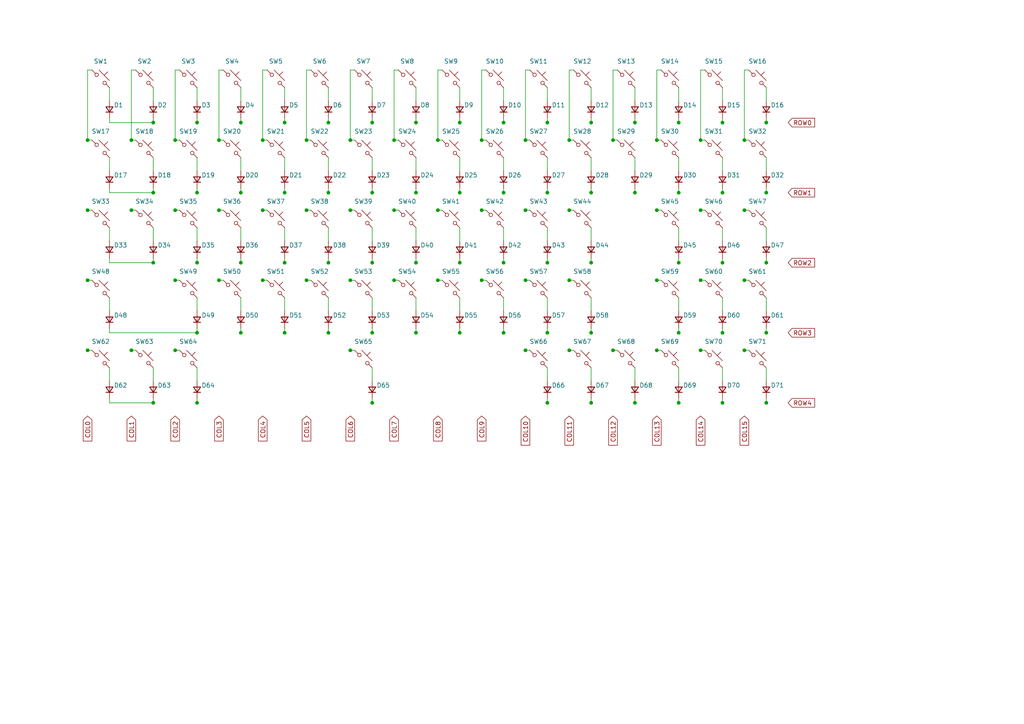
<source format=kicad_sch>
(kicad_sch (version 20230121) (generator eeschema)
  (paper "A4")
  (symbol (lib_id "Switch:SW_Push_45deg") (at 29.21 22.86 0) (unit 1)
    (property "Reference" "SW1" (at 29.21 17.78 0))
    (property "Value" "SW_Push" (effects hide))
    (property "Footprint" "Switch_Keyboard_Cherry_MX:SW_Cherry_MX_PCB_1.00u" (effects hide))
  )
  (wire (pts (xy 26.67 20.32) (xy 25.4 20.32)))
  (wire (pts (xy 25.4 20.32) (xy 25.4 120.65)))
  (global_label "COL0" (shape input) (at 25.4 120.65 270) (property "Intersheetrefs" "${INTERSHEET_REFS}" (effects hide)))
  (symbol (lib_id "Device:D_Small") (at 31.75 31.75 90) (unit 1)
    (property "Reference" "D1" (at 33.02 30.48 90) (effects (justify right)))
    (property "Value" "D" (effects hide))
    (property "Footprint" "Diode_SMD:D_SOD-123F" (effects hide))
    (property "Sim.Device" "D" (effects hide))
    (property "Sim.Pins" "1=K 2=A" (effects hide))
  )
  (wire (pts (xy 31.75 25.4) (xy 31.75 29.21)))
  (wire (pts (xy 31.75 34.29) (xy 31.75 35.56)))
  (wire (pts (xy 31.75 35.56) (xy 228.6 35.56)))
  (global_label "ROW0" (shape input) (at 228.6 35.56 0) (property "Intersheetrefs" "${INTERSHEET_REFS}" (effects hide)))
  (symbol (lib_id "Switch:SW_Push_45deg") (at 41.91 22.86 0) (unit 1)
    (property "Reference" "SW2" (at 41.91 17.78 0))
    (property "Value" "SW_Push" (effects hide))
    (property "Footprint" "Switch_Keyboard_Cherry_MX:SW_Cherry_MX_PCB_1.00u" (effects hide))
  )
  (wire (pts (xy 39.37 20.32) (xy 38.1 20.32)))
  (wire (pts (xy 38.1 20.32) (xy 38.1 120.65)))
  (global_label "COL1" (shape input) (at 38.1 120.65 270) (property "Intersheetrefs" "${INTERSHEET_REFS}" (effects hide)))
  (symbol (lib_id "Device:D_Small") (at 44.45 31.75 90) (unit 1)
    (property "Reference" "D2" (at 45.72 30.48 90) (effects (justify right)))
    (property "Value" "D" (effects hide))
    (property "Footprint" "Diode_SMD:D_SOD-123F" (effects hide))
    (property "Sim.Device" "D" (effects hide))
    (property "Sim.Pins" "1=K 2=A" (effects hide))
  )
  (wire (pts (xy 44.45 25.4) (xy 44.45 29.21)))
  (wire (pts (xy 44.45 34.29) (xy 44.45 35.56)))
  (junction (at 44.45 35.56))
  (symbol (lib_id "Switch:SW_Push_45deg") (at 54.61 22.86 0) (unit 1)
    (property "Reference" "SW3" (at 54.61 17.78 0))
    (property "Value" "SW_Push" (effects hide))
    (property "Footprint" "Switch_Keyboard_Cherry_MX:SW_Cherry_MX_PCB_1.00u" (effects hide))
  )
  (wire (pts (xy 52.07 20.32) (xy 50.8 20.32)))
  (wire (pts (xy 50.8 20.32) (xy 50.8 120.65)))
  (global_label "COL2" (shape input) (at 50.8 120.65 270) (property "Intersheetrefs" "${INTERSHEET_REFS}" (effects hide)))
  (symbol (lib_id "Device:D_Small") (at 57.15 31.75 90) (unit 1)
    (property "Reference" "D3" (at 58.42 30.48 90) (effects (justify right)))
    (property "Value" "D" (effects hide))
    (property "Footprint" "Diode_SMD:D_SOD-123F" (effects hide))
    (property "Sim.Device" "D" (effects hide))
    (property "Sim.Pins" "1=K 2=A" (effects hide))
  )
  (wire (pts (xy 57.15 25.4) (xy 57.15 29.21)))
  (wire (pts (xy 57.15 34.29) (xy 57.15 35.56)))
  (junction (at 57.15 35.56))
  (symbol (lib_id "Switch:SW_Push_45deg") (at 67.31 22.86 0) (unit 1)
    (property "Reference" "SW4" (at 67.31 17.78 0))
    (property "Value" "SW_Push" (effects hide))
    (property "Footprint" "Switch_Keyboard_Cherry_MX:SW_Cherry_MX_PCB_1.00u" (effects hide))
  )
  (wire (pts (xy 64.77 20.32) (xy 63.5 20.32)))
  (wire (pts (xy 63.5 20.32) (xy 63.5 120.65)))
  (global_label "COL3" (shape input) (at 63.5 120.65 270) (property "Intersheetrefs" "${INTERSHEET_REFS}" (effects hide)))
  (symbol (lib_id "Device:D_Small") (at 69.85 31.75 90) (unit 1)
    (property "Reference" "D4" (at 71.12 30.48 90) (effects (justify right)))
    (property "Value" "D" (effects hide))
    (property "Footprint" "Diode_SMD:D_SOD-123F" (effects hide))
    (property "Sim.Device" "D" (effects hide))
    (property "Sim.Pins" "1=K 2=A" (effects hide))
  )
  (wire (pts (xy 69.85 25.4) (xy 69.85 29.21)))
  (wire (pts (xy 69.85 34.29) (xy 69.85 35.56)))
  (junction (at 69.85 35.56))
  (symbol (lib_id "Switch:SW_Push_45deg") (at 80.01 22.86 0) (unit 1)
    (property "Reference" "SW5" (at 80.01 17.78 0))
    (property "Value" "SW_Push" (effects hide))
    (property "Footprint" "Switch_Keyboard_Cherry_MX:SW_Cherry_MX_PCB_1.00u" (effects hide))
  )
  (wire (pts (xy 77.47 20.32) (xy 76.2 20.32)))
  (wire (pts (xy 76.2 20.32) (xy 76.2 120.65)))
  (global_label "COL4" (shape input) (at 76.2 120.65 270) (property "Intersheetrefs" "${INTERSHEET_REFS}" (effects hide)))
  (symbol (lib_id "Device:D_Small") (at 82.55 31.75 90) (unit 1)
    (property "Reference" "D5" (at 83.82 30.48 90) (effects (justify right)))
    (property "Value" "D" (effects hide))
    (property "Footprint" "Diode_SMD:D_SOD-123F" (effects hide))
    (property "Sim.Device" "D" (effects hide))
    (property "Sim.Pins" "1=K 2=A" (effects hide))
  )
  (wire (pts (xy 82.55 25.4) (xy 82.55 29.21)))
  (wire (pts (xy 82.55 34.29) (xy 82.55 35.56)))
  (junction (at 82.55 35.56))
  (symbol (lib_id "Switch:SW_Push_45deg") (at 92.71 22.86 0) (unit 1)
    (property "Reference" "SW6" (at 92.71 17.78 0))
    (property "Value" "SW_Push" (effects hide))
    (property "Footprint" "Switch_Keyboard_Cherry_MX:SW_Cherry_MX_PCB_1.00u" (effects hide))
  )
  (wire (pts (xy 90.17 20.32) (xy 88.9 20.32)))
  (wire (pts (xy 88.9 20.32) (xy 88.9 120.65)))
  (global_label "COL5" (shape input) (at 88.9 120.65 270) (property "Intersheetrefs" "${INTERSHEET_REFS}" (effects hide)))
  (symbol (lib_id "Device:D_Small") (at 95.25 31.75 90) (unit 1)
    (property "Reference" "D6" (at 96.52 30.48 90) (effects (justify right)))
    (property "Value" "D" (effects hide))
    (property "Footprint" "Diode_SMD:D_SOD-123F" (effects hide))
    (property "Sim.Device" "D" (effects hide))
    (property "Sim.Pins" "1=K 2=A" (effects hide))
  )
  (wire (pts (xy 95.25 25.4) (xy 95.25 29.21)))
  (wire (pts (xy 95.25 34.29) (xy 95.25 35.56)))
  (junction (at 95.25 35.56))
  (symbol (lib_id "Switch:SW_Push_45deg") (at 105.41 22.86 0) (unit 1)
    (property "Reference" "SW7" (at 105.41 17.78 0))
    (property "Value" "SW_Push" (effects hide))
    (property "Footprint" "Switch_Keyboard_Cherry_MX:SW_Cherry_MX_PCB_1.00u" (effects hide))
  )
  (wire (pts (xy 102.87 20.32) (xy 101.6 20.32)))
  (wire (pts (xy 101.6 20.32) (xy 101.6 120.65)))
  (global_label "COL6" (shape input) (at 101.6 120.65 270) (property "Intersheetrefs" "${INTERSHEET_REFS}" (effects hide)))
  (symbol (lib_id "Device:D_Small") (at 107.95 31.75 90) (unit 1)
    (property "Reference" "D7" (at 109.22 30.48 90) (effects (justify right)))
    (property "Value" "D" (effects hide))
    (property "Footprint" "Diode_SMD:D_SOD-123F" (effects hide))
    (property "Sim.Device" "D" (effects hide))
    (property "Sim.Pins" "1=K 2=A" (effects hide))
  )
  (wire (pts (xy 107.95 25.4) (xy 107.95 29.21)))
  (wire (pts (xy 107.95 34.29) (xy 107.95 35.56)))
  (junction (at 107.95 35.56))
  (symbol (lib_id "Switch:SW_Push_45deg") (at 118.11 22.86 0) (unit 1)
    (property "Reference" "SW8" (at 118.11 17.78 0))
    (property "Value" "SW_Push" (effects hide))
    (property "Footprint" "Switch_Keyboard_Cherry_MX:SW_Cherry_MX_PCB_1.00u" (effects hide))
  )
  (wire (pts (xy 115.57 20.32) (xy 114.3 20.32)))
  (wire (pts (xy 114.3 20.32) (xy 114.3 120.65)))
  (global_label "COL7" (shape input) (at 114.3 120.65 270) (property "Intersheetrefs" "${INTERSHEET_REFS}" (effects hide)))
  (symbol (lib_id "Device:D_Small") (at 120.65 31.75 90) (unit 1)
    (property "Reference" "D8" (at 121.92 30.48 90) (effects (justify right)))
    (property "Value" "D" (effects hide))
    (property "Footprint" "Diode_SMD:D_SOD-123F" (effects hide))
    (property "Sim.Device" "D" (effects hide))
    (property "Sim.Pins" "1=K 2=A" (effects hide))
  )
  (wire (pts (xy 120.65 25.4) (xy 120.65 29.21)))
  (wire (pts (xy 120.65 34.29) (xy 120.65 35.56)))
  (junction (at 120.65 35.56))
  (symbol (lib_id "Switch:SW_Push_45deg") (at 130.81 22.86 0) (unit 1)
    (property "Reference" "SW9" (at 130.81 17.78 0))
    (property "Value" "SW_Push" (effects hide))
    (property "Footprint" "Switch_Keyboard_Cherry_MX:SW_Cherry_MX_PCB_1.00u" (effects hide))
  )
  (wire (pts (xy 128.27 20.32) (xy 127.0 20.32)))
  (wire (pts (xy 127.0 20.32) (xy 127.0 120.65)))
  (global_label "COL8" (shape input) (at 127.0 120.65 270) (property "Intersheetrefs" "${INTERSHEET_REFS}" (effects hide)))
  (symbol (lib_id "Device:D_Small") (at 133.35 31.75 90) (unit 1)
    (property "Reference" "D9" (at 134.62 30.48 90) (effects (justify right)))
    (property "Value" "D" (effects hide))
    (property "Footprint" "Diode_SMD:D_SOD-123F" (effects hide))
    (property "Sim.Device" "D" (effects hide))
    (property "Sim.Pins" "1=K 2=A" (effects hide))
  )
  (wire (pts (xy 133.35 25.4) (xy 133.35 29.21)))
  (wire (pts (xy 133.35 34.29) (xy 133.35 35.56)))
  (junction (at 133.35 35.56))
  (symbol (lib_id "Switch:SW_Push_45deg") (at 143.51 22.86 0) (unit 1)
    (property "Reference" "SW10" (at 143.51 17.78 0))
    (property "Value" "SW_Push" (effects hide))
    (property "Footprint" "Switch_Keyboard_Cherry_MX:SW_Cherry_MX_PCB_1.00u" (effects hide))
  )
  (wire (pts (xy 140.97 20.32) (xy 139.7 20.32)))
  (wire (pts (xy 139.7 20.32) (xy 139.7 120.65)))
  (global_label "COL9" (shape input) (at 139.7 120.65 270) (property "Intersheetrefs" "${INTERSHEET_REFS}" (effects hide)))
  (symbol (lib_id "Device:D_Small") (at 146.05 31.75 90) (unit 1)
    (property "Reference" "D10" (at 147.32 30.48 90) (effects (justify right)))
    (property "Value" "D" (effects hide))
    (property "Footprint" "Diode_SMD:D_SOD-123F" (effects hide))
    (property "Sim.Device" "D" (effects hide))
    (property "Sim.Pins" "1=K 2=A" (effects hide))
  )
  (wire (pts (xy 146.05 25.4) (xy 146.05 29.21)))
  (wire (pts (xy 146.05 34.29) (xy 146.05 35.56)))
  (junction (at 146.05 35.56))
  (symbol (lib_id "Switch:SW_Push_45deg") (at 156.21 22.86 0) (unit 1)
    (property "Reference" "SW11" (at 156.21 17.78 0))
    (property "Value" "SW_Push" (effects hide))
    (property "Footprint" "Switch_Keyboard_Cherry_MX:SW_Cherry_MX_PCB_1.00u" (effects hide))
  )
  (wire (pts (xy 153.67 20.32) (xy 152.4 20.32)))
  (wire (pts (xy 152.4 20.32) (xy 152.4 120.65)))
  (global_label "COL10" (shape input) (at 152.4 120.65 270) (property "Intersheetrefs" "${INTERSHEET_REFS}" (effects hide)))
  (symbol (lib_id "Device:D_Small") (at 158.75 31.75 90) (unit 1)
    (property "Reference" "D11" (at 160.02 30.48 90) (effects (justify right)))
    (property "Value" "D" (effects hide))
    (property "Footprint" "Diode_SMD:D_SOD-123F" (effects hide))
    (property "Sim.Device" "D" (effects hide))
    (property "Sim.Pins" "1=K 2=A" (effects hide))
  )
  (wire (pts (xy 158.75 25.4) (xy 158.75 29.21)))
  (wire (pts (xy 158.75 34.29) (xy 158.75 35.56)))
  (junction (at 158.75 35.56))
  (symbol (lib_id "Switch:SW_Push_45deg") (at 168.91 22.86 0) (unit 1)
    (property "Reference" "SW12" (at 168.91 17.78 0))
    (property "Value" "SW_Push" (effects hide))
    (property "Footprint" "Switch_Keyboard_Cherry_MX:SW_Cherry_MX_PCB_1.00u" (effects hide))
  )
  (wire (pts (xy 166.37 20.32) (xy 165.1 20.32)))
  (wire (pts (xy 165.1 20.32) (xy 165.1 120.65)))
  (global_label "COL11" (shape input) (at 165.1 120.65 270) (property "Intersheetrefs" "${INTERSHEET_REFS}" (effects hide)))
  (symbol (lib_id "Device:D_Small") (at 171.45 31.75 90) (unit 1)
    (property "Reference" "D12" (at 172.72 30.48 90) (effects (justify right)))
    (property "Value" "D" (effects hide))
    (property "Footprint" "Diode_SMD:D_SOD-123F" (effects hide))
    (property "Sim.Device" "D" (effects hide))
    (property "Sim.Pins" "1=K 2=A" (effects hide))
  )
  (wire (pts (xy 171.45 25.4) (xy 171.45 29.21)))
  (wire (pts (xy 171.45 34.29) (xy 171.45 35.56)))
  (junction (at 171.45 35.56))
  (symbol (lib_id "Switch:SW_Push_45deg") (at 181.61 22.86 0) (unit 1)
    (property "Reference" "SW13" (at 181.61 17.78 0))
    (property "Value" "SW_Push" (effects hide))
    (property "Footprint" "Switch_Keyboard_Cherry_MX:SW_Cherry_MX_PCB_1.00u" (effects hide))
  )
  (wire (pts (xy 179.07 20.32) (xy 177.8 20.32)))
  (wire (pts (xy 177.8 20.32) (xy 177.8 120.65)))
  (global_label "COL12" (shape input) (at 177.8 120.65 270) (property "Intersheetrefs" "${INTERSHEET_REFS}" (effects hide)))
  (symbol (lib_id "Device:D_Small") (at 184.15 31.75 90) (unit 1)
    (property "Reference" "D13" (at 185.42 30.48 90) (effects (justify right)))
    (property "Value" "D" (effects hide))
    (property "Footprint" "Diode_SMD:D_SOD-123F" (effects hide))
    (property "Sim.Device" "D" (effects hide))
    (property "Sim.Pins" "1=K 2=A" (effects hide))
  )
  (wire (pts (xy 184.15 25.4) (xy 184.15 29.21)))
  (wire (pts (xy 184.15 34.29) (xy 184.15 35.56)))
  (junction (at 184.15 35.56))
  (symbol (lib_id "Switch:SW_Push_45deg") (at 194.31 22.86 0) (unit 1)
    (property "Reference" "SW14" (at 194.31 17.78 0))
    (property "Value" "SW_Push" (effects hide))
    (property "Footprint" "Switch_Keyboard_Cherry_MX:SW_Cherry_MX_PCB_1.00u" (effects hide))
  )
  (wire (pts (xy 191.77 20.32) (xy 190.5 20.32)))
  (wire (pts (xy 190.5 20.32) (xy 190.5 120.65)))
  (global_label "COL13" (shape input) (at 190.5 120.65 270) (property "Intersheetrefs" "${INTERSHEET_REFS}" (effects hide)))
  (symbol (lib_id "Device:D_Small") (at 196.85 31.75 90) (unit 1)
    (property "Reference" "D14" (at 198.12 30.48 90) (effects (justify right)))
    (property "Value" "D" (effects hide))
    (property "Footprint" "Diode_SMD:D_SOD-123F" (effects hide))
    (property "Sim.Device" "D" (effects hide))
    (property "Sim.Pins" "1=K 2=A" (effects hide))
  )
  (wire (pts (xy 196.85 25.4) (xy 196.85 29.21)))
  (wire (pts (xy 196.85 34.29) (xy 196.85 35.56)))
  (junction (at 196.85 35.56))
  (symbol (lib_id "Switch:SW_Push_45deg") (at 207.01 22.86 0) (unit 1)
    (property "Reference" "SW15" (at 207.01 17.78 0))
    (property "Value" "SW_Push" (effects hide))
    (property "Footprint" "Switch_Keyboard_Cherry_MX:SW_Cherry_MX_PCB_1.00u" (effects hide))
  )
  (wire (pts (xy 204.47 20.32) (xy 203.2 20.32)))
  (wire (pts (xy 203.2 20.32) (xy 203.2 120.65)))
  (global_label "COL14" (shape input) (at 203.2 120.65 270) (property "Intersheetrefs" "${INTERSHEET_REFS}" (effects hide)))
  (symbol (lib_id "Device:D_Small") (at 209.55 31.75 90) (unit 1)
    (property "Reference" "D15" (at 210.82 30.48 90) (effects (justify right)))
    (property "Value" "D" (effects hide))
    (property "Footprint" "Diode_SMD:D_SOD-123F" (effects hide))
    (property "Sim.Device" "D" (effects hide))
    (property "Sim.Pins" "1=K 2=A" (effects hide))
  )
  (wire (pts (xy 209.55 25.4) (xy 209.55 29.21)))
  (wire (pts (xy 209.55 34.29) (xy 209.55 35.56)))
  (junction (at 209.55 35.56))
  (symbol (lib_id "Switch:SW_Push_45deg") (at 219.71 22.86 0) (unit 1)
    (property "Reference" "SW16" (at 219.71 17.78 0))
    (property "Value" "SW_Push" (effects hide))
    (property "Footprint" "Switch_Keyboard_Cherry_MX:SW_Cherry_MX_PCB_1.00u" (effects hide))
  )
  (wire (pts (xy 217.17 20.32) (xy 215.9 20.32)))
  (wire (pts (xy 215.9 20.32) (xy 215.9 120.65)))
  (global_label "COL15" (shape input) (at 215.9 120.65 270) (property "Intersheetrefs" "${INTERSHEET_REFS}" (effects hide)))
  (symbol (lib_id "Device:D_Small") (at 222.25 31.75 90) (unit 1)
    (property "Reference" "D16" (at 223.52 30.48 90) (effects (justify right)))
    (property "Value" "D" (effects hide))
    (property "Footprint" "Diode_SMD:D_SOD-123F" (effects hide))
    (property "Sim.Device" "D" (effects hide))
    (property "Sim.Pins" "1=K 2=A" (effects hide))
  )
  (wire (pts (xy 222.25 25.4) (xy 222.25 29.21)))
  (wire (pts (xy 222.25 34.29) (xy 222.25 35.56)))
  (junction (at 222.25 35.56))
  (symbol (lib_id "Switch:SW_Push_45deg") (at 29.21 43.18 0) (unit 1)
    (property "Reference" "SW17" (at 29.21 38.1 0))
    (property "Value" "SW_Push" (effects hide))
    (property "Footprint" "Switch_Keyboard_Cherry_MX:SW_Cherry_MX_PCB_1.00u" (effects hide))
  )
  (wire (pts (xy 26.67 40.64) (xy 25.4 40.64)))
  (junction (at 25.4 40.64))
  (symbol (lib_id "Device:D_Small") (at 31.75 52.07 90) (unit 1)
    (property "Reference" "D17" (at 33.02 50.8 90) (effects (justify right)))
    (property "Value" "D" (effects hide))
    (property "Footprint" "Diode_SMD:D_SOD-123F" (effects hide))
    (property "Sim.Device" "D" (effects hide))
    (property "Sim.Pins" "1=K 2=A" (effects hide))
  )
  (wire (pts (xy 31.75 45.72) (xy 31.75 49.53)))
  (wire (pts (xy 31.75 54.61) (xy 31.75 55.88)))
  (wire (pts (xy 31.75 55.88) (xy 228.6 55.88)))
  (global_label "ROW1" (shape input) (at 228.6 55.88 0) (property "Intersheetrefs" "${INTERSHEET_REFS}" (effects hide)))
  (symbol (lib_id "Switch:SW_Push_45deg") (at 41.91 43.18 0) (unit 1)
    (property "Reference" "SW18" (at 41.91 38.1 0))
    (property "Value" "SW_Push" (effects hide))
    (property "Footprint" "Switch_Keyboard_Cherry_MX:SW_Cherry_MX_PCB_1.00u" (effects hide))
  )
  (wire (pts (xy 39.37 40.64) (xy 38.1 40.64)))
  (junction (at 38.1 40.64))
  (symbol (lib_id "Device:D_Small") (at 44.45 52.07 90) (unit 1)
    (property "Reference" "D18" (at 45.72 50.8 90) (effects (justify right)))
    (property "Value" "D" (effects hide))
    (property "Footprint" "Diode_SMD:D_SOD-123F" (effects hide))
    (property "Sim.Device" "D" (effects hide))
    (property "Sim.Pins" "1=K 2=A" (effects hide))
  )
  (wire (pts (xy 44.45 45.72) (xy 44.45 49.53)))
  (wire (pts (xy 44.45 54.61) (xy 44.45 55.88)))
  (junction (at 44.45 55.88))
  (symbol (lib_id "Switch:SW_Push_45deg") (at 54.61 43.18 0) (unit 1)
    (property "Reference" "SW19" (at 54.61 38.1 0))
    (property "Value" "SW_Push" (effects hide))
    (property "Footprint" "Switch_Keyboard_Cherry_MX:SW_Cherry_MX_PCB_1.00u" (effects hide))
  )
  (wire (pts (xy 52.07 40.64) (xy 50.8 40.64)))
  (junction (at 50.8 40.64))
  (symbol (lib_id "Device:D_Small") (at 57.15 52.07 90) (unit 1)
    (property "Reference" "D19" (at 58.42 50.8 90) (effects (justify right)))
    (property "Value" "D" (effects hide))
    (property "Footprint" "Diode_SMD:D_SOD-123F" (effects hide))
    (property "Sim.Device" "D" (effects hide))
    (property "Sim.Pins" "1=K 2=A" (effects hide))
  )
  (wire (pts (xy 57.15 45.72) (xy 57.15 49.53)))
  (wire (pts (xy 57.15 54.61) (xy 57.15 55.88)))
  (junction (at 57.15 55.88))
  (symbol (lib_id "Switch:SW_Push_45deg") (at 67.31 43.18 0) (unit 1)
    (property "Reference" "SW20" (at 67.31 38.1 0))
    (property "Value" "SW_Push" (effects hide))
    (property "Footprint" "Switch_Keyboard_Cherry_MX:SW_Cherry_MX_PCB_1.00u" (effects hide))
  )
  (wire (pts (xy 64.77 40.64) (xy 63.5 40.64)))
  (junction (at 63.5 40.64))
  (symbol (lib_id "Device:D_Small") (at 69.85 52.07 90) (unit 1)
    (property "Reference" "D20" (at 71.12 50.8 90) (effects (justify right)))
    (property "Value" "D" (effects hide))
    (property "Footprint" "Diode_SMD:D_SOD-123F" (effects hide))
    (property "Sim.Device" "D" (effects hide))
    (property "Sim.Pins" "1=K 2=A" (effects hide))
  )
  (wire (pts (xy 69.85 45.72) (xy 69.85 49.53)))
  (wire (pts (xy 69.85 54.61) (xy 69.85 55.88)))
  (junction (at 69.85 55.88))
  (symbol (lib_id "Switch:SW_Push_45deg") (at 80.01 43.18 0) (unit 1)
    (property "Reference" "SW21" (at 80.01 38.1 0))
    (property "Value" "SW_Push" (effects hide))
    (property "Footprint" "Switch_Keyboard_Cherry_MX:SW_Cherry_MX_PCB_1.00u" (effects hide))
  )
  (wire (pts (xy 77.47 40.64) (xy 76.2 40.64)))
  (junction (at 76.2 40.64))
  (symbol (lib_id "Device:D_Small") (at 82.55 52.07 90) (unit 1)
    (property "Reference" "D21" (at 83.82 50.8 90) (effects (justify right)))
    (property "Value" "D" (effects hide))
    (property "Footprint" "Diode_SMD:D_SOD-123F" (effects hide))
    (property "Sim.Device" "D" (effects hide))
    (property "Sim.Pins" "1=K 2=A" (effects hide))
  )
  (wire (pts (xy 82.55 45.72) (xy 82.55 49.53)))
  (wire (pts (xy 82.55 54.61) (xy 82.55 55.88)))
  (junction (at 82.55 55.88))
  (symbol (lib_id "Switch:SW_Push_45deg") (at 92.71 43.18 0) (unit 1)
    (property "Reference" "SW22" (at 92.71 38.1 0))
    (property "Value" "SW_Push" (effects hide))
    (property "Footprint" "Switch_Keyboard_Cherry_MX:SW_Cherry_MX_PCB_1.00u" (effects hide))
  )
  (wire (pts (xy 90.17 40.64) (xy 88.9 40.64)))
  (junction (at 88.9 40.64))
  (symbol (lib_id "Device:D_Small") (at 95.25 52.07 90) (unit 1)
    (property "Reference" "D22" (at 96.52 50.8 90) (effects (justify right)))
    (property "Value" "D" (effects hide))
    (property "Footprint" "Diode_SMD:D_SOD-123F" (effects hide))
    (property "Sim.Device" "D" (effects hide))
    (property "Sim.Pins" "1=K 2=A" (effects hide))
  )
  (wire (pts (xy 95.25 45.72) (xy 95.25 49.53)))
  (wire (pts (xy 95.25 54.61) (xy 95.25 55.88)))
  (junction (at 95.25 55.88))
  (symbol (lib_id "Switch:SW_Push_45deg") (at 105.41 43.18 0) (unit 1)
    (property "Reference" "SW23" (at 105.41 38.1 0))
    (property "Value" "SW_Push" (effects hide))
    (property "Footprint" "Switch_Keyboard_Cherry_MX:SW_Cherry_MX_PCB_1.00u" (effects hide))
  )
  (wire (pts (xy 102.87 40.64) (xy 101.6 40.64)))
  (junction (at 101.6 40.64))
  (symbol (lib_id "Device:D_Small") (at 107.95 52.07 90) (unit 1)
    (property "Reference" "D23" (at 109.22 50.8 90) (effects (justify right)))
    (property "Value" "D" (effects hide))
    (property "Footprint" "Diode_SMD:D_SOD-123F" (effects hide))
    (property "Sim.Device" "D" (effects hide))
    (property "Sim.Pins" "1=K 2=A" (effects hide))
  )
  (wire (pts (xy 107.95 45.72) (xy 107.95 49.53)))
  (wire (pts (xy 107.95 54.61) (xy 107.95 55.88)))
  (junction (at 107.95 55.88))
  (symbol (lib_id "Switch:SW_Push_45deg") (at 118.11 43.18 0) (unit 1)
    (property "Reference" "SW24" (at 118.11 38.1 0))
    (property "Value" "SW_Push" (effects hide))
    (property "Footprint" "Switch_Keyboard_Cherry_MX:SW_Cherry_MX_PCB_1.00u" (effects hide))
  )
  (wire (pts (xy 115.57 40.64) (xy 114.3 40.64)))
  (junction (at 114.3 40.64))
  (symbol (lib_id "Device:D_Small") (at 120.65 52.07 90) (unit 1)
    (property "Reference" "D24" (at 121.92 50.8 90) (effects (justify right)))
    (property "Value" "D" (effects hide))
    (property "Footprint" "Diode_SMD:D_SOD-123F" (effects hide))
    (property "Sim.Device" "D" (effects hide))
    (property "Sim.Pins" "1=K 2=A" (effects hide))
  )
  (wire (pts (xy 120.65 45.72) (xy 120.65 49.53)))
  (wire (pts (xy 120.65 54.61) (xy 120.65 55.88)))
  (junction (at 120.65 55.88))
  (symbol (lib_id "Switch:SW_Push_45deg") (at 130.81 43.18 0) (unit 1)
    (property "Reference" "SW25" (at 130.81 38.1 0))
    (property "Value" "SW_Push" (effects hide))
    (property "Footprint" "Switch_Keyboard_Cherry_MX:SW_Cherry_MX_PCB_1.00u" (effects hide))
  )
  (wire (pts (xy 128.27 40.64) (xy 127.0 40.64)))
  (junction (at 127.0 40.64))
  (symbol (lib_id "Device:D_Small") (at 133.35 52.07 90) (unit 1)
    (property "Reference" "D25" (at 134.62 50.8 90) (effects (justify right)))
    (property "Value" "D" (effects hide))
    (property "Footprint" "Diode_SMD:D_SOD-123F" (effects hide))
    (property "Sim.Device" "D" (effects hide))
    (property "Sim.Pins" "1=K 2=A" (effects hide))
  )
  (wire (pts (xy 133.35 45.72) (xy 133.35 49.53)))
  (wire (pts (xy 133.35 54.61) (xy 133.35 55.88)))
  (junction (at 133.35 55.88))
  (symbol (lib_id "Switch:SW_Push_45deg") (at 143.51 43.18 0) (unit 1)
    (property "Reference" "SW26" (at 143.51 38.1 0))
    (property "Value" "SW_Push" (effects hide))
    (property "Footprint" "Switch_Keyboard_Cherry_MX:SW_Cherry_MX_PCB_1.00u" (effects hide))
  )
  (wire (pts (xy 140.97 40.64) (xy 139.7 40.64)))
  (junction (at 139.7 40.64))
  (symbol (lib_id "Device:D_Small") (at 146.05 52.07 90) (unit 1)
    (property "Reference" "D26" (at 147.32 50.8 90) (effects (justify right)))
    (property "Value" "D" (effects hide))
    (property "Footprint" "Diode_SMD:D_SOD-123F" (effects hide))
    (property "Sim.Device" "D" (effects hide))
    (property "Sim.Pins" "1=K 2=A" (effects hide))
  )
  (wire (pts (xy 146.05 45.72) (xy 146.05 49.53)))
  (wire (pts (xy 146.05 54.61) (xy 146.05 55.88)))
  (junction (at 146.05 55.88))
  (symbol (lib_id "Switch:SW_Push_45deg") (at 156.21 43.18 0) (unit 1)
    (property "Reference" "SW27" (at 156.21 38.1 0))
    (property "Value" "SW_Push" (effects hide))
    (property "Footprint" "Switch_Keyboard_Cherry_MX:SW_Cherry_MX_PCB_1.00u" (effects hide))
  )
  (wire (pts (xy 153.67 40.64) (xy 152.4 40.64)))
  (junction (at 152.4 40.64))
  (symbol (lib_id "Device:D_Small") (at 158.75 52.07 90) (unit 1)
    (property "Reference" "D27" (at 160.02 50.8 90) (effects (justify right)))
    (property "Value" "D" (effects hide))
    (property "Footprint" "Diode_SMD:D_SOD-123F" (effects hide))
    (property "Sim.Device" "D" (effects hide))
    (property "Sim.Pins" "1=K 2=A" (effects hide))
  )
  (wire (pts (xy 158.75 45.72) (xy 158.75 49.53)))
  (wire (pts (xy 158.75 54.61) (xy 158.75 55.88)))
  (junction (at 158.75 55.88))
  (symbol (lib_id "Switch:SW_Push_45deg") (at 168.91 43.18 0) (unit 1)
    (property "Reference" "SW28" (at 168.91 38.1 0))
    (property "Value" "SW_Push" (effects hide))
    (property "Footprint" "Switch_Keyboard_Cherry_MX:SW_Cherry_MX_PCB_1.00u" (effects hide))
  )
  (wire (pts (xy 166.37 40.64) (xy 165.1 40.64)))
  (junction (at 165.1 40.64))
  (symbol (lib_id "Device:D_Small") (at 171.45 52.07 90) (unit 1)
    (property "Reference" "D28" (at 172.72 50.8 90) (effects (justify right)))
    (property "Value" "D" (effects hide))
    (property "Footprint" "Diode_SMD:D_SOD-123F" (effects hide))
    (property "Sim.Device" "D" (effects hide))
    (property "Sim.Pins" "1=K 2=A" (effects hide))
  )
  (wire (pts (xy 171.45 45.72) (xy 171.45 49.53)))
  (wire (pts (xy 171.45 54.61) (xy 171.45 55.88)))
  (junction (at 171.45 55.88))
  (symbol (lib_id "Switch:SW_Push_45deg") (at 181.61 43.18 0) (unit 1)
    (property "Reference" "SW29" (at 181.61 38.1 0))
    (property "Value" "SW_Push" (effects hide))
    (property "Footprint" "Switch_Keyboard_Cherry_MX:SW_Cherry_MX_PCB_1.00u" (effects hide))
  )
  (wire (pts (xy 179.07 40.64) (xy 177.8 40.64)))
  (junction (at 177.8 40.64))
  (symbol (lib_id "Device:D_Small") (at 184.15 52.07 90) (unit 1)
    (property "Reference" "D29" (at 185.42 50.8 90) (effects (justify right)))
    (property "Value" "D" (effects hide))
    (property "Footprint" "Diode_SMD:D_SOD-123F" (effects hide))
    (property "Sim.Device" "D" (effects hide))
    (property "Sim.Pins" "1=K 2=A" (effects hide))
  )
  (wire (pts (xy 184.15 45.72) (xy 184.15 49.53)))
  (wire (pts (xy 184.15 54.61) (xy 184.15 55.88)))
  (junction (at 184.15 55.88))
  (symbol (lib_id "Switch:SW_Push_45deg") (at 194.31 43.18 0) (unit 1)
    (property "Reference" "SW30" (at 194.31 38.1 0))
    (property "Value" "SW_Push" (effects hide))
    (property "Footprint" "Switch_Keyboard_Cherry_MX:SW_Cherry_MX_PCB_1.00u" (effects hide))
  )
  (wire (pts (xy 191.77 40.64) (xy 190.5 40.64)))
  (junction (at 190.5 40.64))
  (symbol (lib_id "Device:D_Small") (at 196.85 52.07 90) (unit 1)
    (property "Reference" "D30" (at 198.12 50.8 90) (effects (justify right)))
    (property "Value" "D" (effects hide))
    (property "Footprint" "Diode_SMD:D_SOD-123F" (effects hide))
    (property "Sim.Device" "D" (effects hide))
    (property "Sim.Pins" "1=K 2=A" (effects hide))
  )
  (wire (pts (xy 196.85 45.72) (xy 196.85 49.53)))
  (wire (pts (xy 196.85 54.61) (xy 196.85 55.88)))
  (junction (at 196.85 55.88))
  (symbol (lib_id "Switch:SW_Push_45deg") (at 207.01 43.18 0) (unit 1)
    (property "Reference" "SW31" (at 207.01 38.1 0))
    (property "Value" "SW_Push" (effects hide))
    (property "Footprint" "Switch_Keyboard_Cherry_MX:SW_Cherry_MX_PCB_1.00u" (effects hide))
  )
  (wire (pts (xy 204.47 40.64) (xy 203.2 40.64)))
  (junction (at 203.2 40.64))
  (symbol (lib_id "Device:D_Small") (at 209.55 52.07 90) (unit 1)
    (property "Reference" "D31" (at 210.82 50.8 90) (effects (justify right)))
    (property "Value" "D" (effects hide))
    (property "Footprint" "Diode_SMD:D_SOD-123F" (effects hide))
    (property "Sim.Device" "D" (effects hide))
    (property "Sim.Pins" "1=K 2=A" (effects hide))
  )
  (wire (pts (xy 209.55 45.72) (xy 209.55 49.53)))
  (wire (pts (xy 209.55 54.61) (xy 209.55 55.88)))
  (junction (at 209.55 55.88))
  (symbol (lib_id "Switch:SW_Push_45deg") (at 219.71 43.18 0) (unit 1)
    (property "Reference" "SW32" (at 219.71 38.1 0))
    (property "Value" "SW_Push" (effects hide))
    (property "Footprint" "Switch_Keyboard_Cherry_MX:SW_Cherry_MX_PCB_1.00u" (effects hide))
  )
  (wire (pts (xy 217.17 40.64) (xy 215.9 40.64)))
  (junction (at 215.9 40.64))
  (symbol (lib_id "Device:D_Small") (at 222.25 52.07 90) (unit 1)
    (property "Reference" "D32" (at 223.52 50.8 90) (effects (justify right)))
    (property "Value" "D" (effects hide))
    (property "Footprint" "Diode_SMD:D_SOD-123F" (effects hide))
    (property "Sim.Device" "D" (effects hide))
    (property "Sim.Pins" "1=K 2=A" (effects hide))
  )
  (wire (pts (xy 222.25 45.72) (xy 222.25 49.53)))
  (wire (pts (xy 222.25 54.61) (xy 222.25 55.88)))
  (junction (at 222.25 55.88))
  (symbol (lib_id "Switch:SW_Push_45deg") (at 29.21 63.5 0) (unit 1)
    (property "Reference" "SW33" (at 29.21 58.42 0))
    (property "Value" "SW_Push" (effects hide))
    (property "Footprint" "Switch_Keyboard_Cherry_MX:SW_Cherry_MX_PCB_1.00u" (effects hide))
  )
  (wire (pts (xy 26.67 60.96) (xy 25.4 60.96)))
  (junction (at 25.4 60.96))
  (symbol (lib_id "Device:D_Small") (at 31.75 72.39 90) (unit 1)
    (property "Reference" "D33" (at 33.02 71.12 90) (effects (justify right)))
    (property "Value" "D" (effects hide))
    (property "Footprint" "Diode_SMD:D_SOD-123F" (effects hide))
    (property "Sim.Device" "D" (effects hide))
    (property "Sim.Pins" "1=K 2=A" (effects hide))
  )
  (wire (pts (xy 31.75 66.04) (xy 31.75 69.85)))
  (wire (pts (xy 31.75 74.93) (xy 31.75 76.2)))
  (wire (pts (xy 31.75 76.2) (xy 228.6 76.2)))
  (global_label "ROW2" (shape input) (at 228.6 76.2 0) (property "Intersheetrefs" "${INTERSHEET_REFS}" (effects hide)))
  (symbol (lib_id "Switch:SW_Push_45deg") (at 41.91 63.5 0) (unit 1)
    (property "Reference" "SW34" (at 41.91 58.42 0))
    (property "Value" "SW_Push" (effects hide))
    (property "Footprint" "Switch_Keyboard_Cherry_MX:SW_Cherry_MX_PCB_1.00u" (effects hide))
  )
  (wire (pts (xy 39.37 60.96) (xy 38.1 60.96)))
  (junction (at 38.1 60.96))
  (symbol (lib_id "Device:D_Small") (at 44.45 72.39 90) (unit 1)
    (property "Reference" "D34" (at 45.72 71.12 90) (effects (justify right)))
    (property "Value" "D" (effects hide))
    (property "Footprint" "Diode_SMD:D_SOD-123F" (effects hide))
    (property "Sim.Device" "D" (effects hide))
    (property "Sim.Pins" "1=K 2=A" (effects hide))
  )
  (wire (pts (xy 44.45 66.04) (xy 44.45 69.85)))
  (wire (pts (xy 44.45 74.93) (xy 44.45 76.2)))
  (junction (at 44.45 76.2))
  (symbol (lib_id "Switch:SW_Push_45deg") (at 54.61 63.5 0) (unit 1)
    (property "Reference" "SW35" (at 54.61 58.42 0))
    (property "Value" "SW_Push" (effects hide))
    (property "Footprint" "Switch_Keyboard_Cherry_MX:SW_Cherry_MX_PCB_1.00u" (effects hide))
  )
  (wire (pts (xy 52.07 60.96) (xy 50.8 60.96)))
  (junction (at 50.8 60.96))
  (symbol (lib_id "Device:D_Small") (at 57.15 72.39 90) (unit 1)
    (property "Reference" "D35" (at 58.42 71.12 90) (effects (justify right)))
    (property "Value" "D" (effects hide))
    (property "Footprint" "Diode_SMD:D_SOD-123F" (effects hide))
    (property "Sim.Device" "D" (effects hide))
    (property "Sim.Pins" "1=K 2=A" (effects hide))
  )
  (wire (pts (xy 57.15 66.04) (xy 57.15 69.85)))
  (wire (pts (xy 57.15 74.93) (xy 57.15 76.2)))
  (junction (at 57.15 76.2))
  (symbol (lib_id "Switch:SW_Push_45deg") (at 67.31 63.5 0) (unit 1)
    (property "Reference" "SW36" (at 67.31 58.42 0))
    (property "Value" "SW_Push" (effects hide))
    (property "Footprint" "Switch_Keyboard_Cherry_MX:SW_Cherry_MX_PCB_1.00u" (effects hide))
  )
  (wire (pts (xy 64.77 60.96) (xy 63.5 60.96)))
  (junction (at 63.5 60.96))
  (symbol (lib_id "Device:D_Small") (at 69.85 72.39 90) (unit 1)
    (property "Reference" "D36" (at 71.12 71.12 90) (effects (justify right)))
    (property "Value" "D" (effects hide))
    (property "Footprint" "Diode_SMD:D_SOD-123F" (effects hide))
    (property "Sim.Device" "D" (effects hide))
    (property "Sim.Pins" "1=K 2=A" (effects hide))
  )
  (wire (pts (xy 69.85 66.04) (xy 69.85 69.85)))
  (wire (pts (xy 69.85 74.93) (xy 69.85 76.2)))
  (junction (at 69.85 76.2))
  (symbol (lib_id "Switch:SW_Push_45deg") (at 80.01 63.5 0) (unit 1)
    (property "Reference" "SW37" (at 80.01 58.42 0))
    (property "Value" "SW_Push" (effects hide))
    (property "Footprint" "Switch_Keyboard_Cherry_MX:SW_Cherry_MX_PCB_1.00u" (effects hide))
  )
  (wire (pts (xy 77.47 60.96) (xy 76.2 60.96)))
  (junction (at 76.2 60.96))
  (symbol (lib_id "Device:D_Small") (at 82.55 72.39 90) (unit 1)
    (property "Reference" "D37" (at 83.82 71.12 90) (effects (justify right)))
    (property "Value" "D" (effects hide))
    (property "Footprint" "Diode_SMD:D_SOD-123F" (effects hide))
    (property "Sim.Device" "D" (effects hide))
    (property "Sim.Pins" "1=K 2=A" (effects hide))
  )
  (wire (pts (xy 82.55 66.04) (xy 82.55 69.85)))
  (wire (pts (xy 82.55 74.93) (xy 82.55 76.2)))
  (junction (at 82.55 76.2))
  (symbol (lib_id "Switch:SW_Push_45deg") (at 92.71 63.5 0) (unit 1)
    (property "Reference" "SW38" (at 92.71 58.42 0))
    (property "Value" "SW_Push" (effects hide))
    (property "Footprint" "Switch_Keyboard_Cherry_MX:SW_Cherry_MX_PCB_1.00u" (effects hide))
  )
  (wire (pts (xy 90.17 60.96) (xy 88.9 60.96)))
  (junction (at 88.9 60.96))
  (symbol (lib_id "Device:D_Small") (at 95.25 72.39 90) (unit 1)
    (property "Reference" "D38" (at 96.52 71.12 90) (effects (justify right)))
    (property "Value" "D" (effects hide))
    (property "Footprint" "Diode_SMD:D_SOD-123F" (effects hide))
    (property "Sim.Device" "D" (effects hide))
    (property "Sim.Pins" "1=K 2=A" (effects hide))
  )
  (wire (pts (xy 95.25 66.04) (xy 95.25 69.85)))
  (wire (pts (xy 95.25 74.93) (xy 95.25 76.2)))
  (junction (at 95.25 76.2))
  (symbol (lib_id "Switch:SW_Push_45deg") (at 105.41 63.5 0) (unit 1)
    (property "Reference" "SW39" (at 105.41 58.42 0))
    (property "Value" "SW_Push" (effects hide))
    (property "Footprint" "Switch_Keyboard_Cherry_MX:SW_Cherry_MX_PCB_1.00u" (effects hide))
  )
  (wire (pts (xy 102.87 60.96) (xy 101.6 60.96)))
  (junction (at 101.6 60.96))
  (symbol (lib_id "Device:D_Small") (at 107.95 72.39 90) (unit 1)
    (property "Reference" "D39" (at 109.22 71.12 90) (effects (justify right)))
    (property "Value" "D" (effects hide))
    (property "Footprint" "Diode_SMD:D_SOD-123F" (effects hide))
    (property "Sim.Device" "D" (effects hide))
    (property "Sim.Pins" "1=K 2=A" (effects hide))
  )
  (wire (pts (xy 107.95 66.04) (xy 107.95 69.85)))
  (wire (pts (xy 107.95 74.93) (xy 107.95 76.2)))
  (junction (at 107.95 76.2))
  (symbol (lib_id "Switch:SW_Push_45deg") (at 118.11 63.5 0) (unit 1)
    (property "Reference" "SW40" (at 118.11 58.42 0))
    (property "Value" "SW_Push" (effects hide))
    (property "Footprint" "Switch_Keyboard_Cherry_MX:SW_Cherry_MX_PCB_1.00u" (effects hide))
  )
  (wire (pts (xy 115.57 60.96) (xy 114.3 60.96)))
  (junction (at 114.3 60.96))
  (symbol (lib_id "Device:D_Small") (at 120.65 72.39 90) (unit 1)
    (property "Reference" "D40" (at 121.92 71.12 90) (effects (justify right)))
    (property "Value" "D" (effects hide))
    (property "Footprint" "Diode_SMD:D_SOD-123F" (effects hide))
    (property "Sim.Device" "D" (effects hide))
    (property "Sim.Pins" "1=K 2=A" (effects hide))
  )
  (wire (pts (xy 120.65 66.04) (xy 120.65 69.85)))
  (wire (pts (xy 120.65 74.93) (xy 120.65 76.2)))
  (junction (at 120.65 76.2))
  (symbol (lib_id "Switch:SW_Push_45deg") (at 130.81 63.5 0) (unit 1)
    (property "Reference" "SW41" (at 130.81 58.42 0))
    (property "Value" "SW_Push" (effects hide))
    (property "Footprint" "Switch_Keyboard_Cherry_MX:SW_Cherry_MX_PCB_1.00u" (effects hide))
  )
  (wire (pts (xy 128.27 60.96) (xy 127.0 60.96)))
  (junction (at 127.0 60.96))
  (symbol (lib_id "Device:D_Small") (at 133.35 72.39 90) (unit 1)
    (property "Reference" "D41" (at 134.62 71.12 90) (effects (justify right)))
    (property "Value" "D" (effects hide))
    (property "Footprint" "Diode_SMD:D_SOD-123F" (effects hide))
    (property "Sim.Device" "D" (effects hide))
    (property "Sim.Pins" "1=K 2=A" (effects hide))
  )
  (wire (pts (xy 133.35 66.04) (xy 133.35 69.85)))
  (wire (pts (xy 133.35 74.93) (xy 133.35 76.2)))
  (junction (at 133.35 76.2))
  (symbol (lib_id "Switch:SW_Push_45deg") (at 143.51 63.5 0) (unit 1)
    (property "Reference" "SW42" (at 143.51 58.42 0))
    (property "Value" "SW_Push" (effects hide))
    (property "Footprint" "Switch_Keyboard_Cherry_MX:SW_Cherry_MX_PCB_1.00u" (effects hide))
  )
  (wire (pts (xy 140.97 60.96) (xy 139.7 60.96)))
  (junction (at 139.7 60.96))
  (symbol (lib_id "Device:D_Small") (at 146.05 72.39 90) (unit 1)
    (property "Reference" "D42" (at 147.32 71.12 90) (effects (justify right)))
    (property "Value" "D" (effects hide))
    (property "Footprint" "Diode_SMD:D_SOD-123F" (effects hide))
    (property "Sim.Device" "D" (effects hide))
    (property "Sim.Pins" "1=K 2=A" (effects hide))
  )
  (wire (pts (xy 146.05 66.04) (xy 146.05 69.85)))
  (wire (pts (xy 146.05 74.93) (xy 146.05 76.2)))
  (junction (at 146.05 76.2))
  (symbol (lib_id "Switch:SW_Push_45deg") (at 156.21 63.5 0) (unit 1)
    (property "Reference" "SW43" (at 156.21 58.42 0))
    (property "Value" "SW_Push" (effects hide))
    (property "Footprint" "Switch_Keyboard_Cherry_MX:SW_Cherry_MX_PCB_1.00u" (effects hide))
  )
  (wire (pts (xy 153.67 60.96) (xy 152.4 60.96)))
  (junction (at 152.4 60.96))
  (symbol (lib_id "Device:D_Small") (at 158.75 72.39 90) (unit 1)
    (property "Reference" "D43" (at 160.02 71.12 90) (effects (justify right)))
    (property "Value" "D" (effects hide))
    (property "Footprint" "Diode_SMD:D_SOD-123F" (effects hide))
    (property "Sim.Device" "D" (effects hide))
    (property "Sim.Pins" "1=K 2=A" (effects hide))
  )
  (wire (pts (xy 158.75 66.04) (xy 158.75 69.85)))
  (wire (pts (xy 158.75 74.93) (xy 158.75 76.2)))
  (junction (at 158.75 76.2))
  (symbol (lib_id "Switch:SW_Push_45deg") (at 168.91 63.5 0) (unit 1)
    (property "Reference" "SW44" (at 168.91 58.42 0))
    (property "Value" "SW_Push" (effects hide))
    (property "Footprint" "Switch_Keyboard_Cherry_MX:SW_Cherry_MX_PCB_1.00u" (effects hide))
  )
  (wire (pts (xy 166.37 60.96) (xy 165.1 60.96)))
  (junction (at 165.1 60.96))
  (symbol (lib_id "Device:D_Small") (at 171.45 72.39 90) (unit 1)
    (property "Reference" "D44" (at 172.72 71.12 90) (effects (justify right)))
    (property "Value" "D" (effects hide))
    (property "Footprint" "Diode_SMD:D_SOD-123F" (effects hide))
    (property "Sim.Device" "D" (effects hide))
    (property "Sim.Pins" "1=K 2=A" (effects hide))
  )
  (wire (pts (xy 171.45 66.04) (xy 171.45 69.85)))
  (wire (pts (xy 171.45 74.93) (xy 171.45 76.2)))
  (junction (at 171.45 76.2))
  (symbol (lib_id "Switch:SW_Push_45deg") (at 194.31 63.5 0) (unit 1)
    (property "Reference" "SW45" (at 194.31 58.42 0))
    (property "Value" "SW_Push" (effects hide))
    (property "Footprint" "Switch_Keyboard_Cherry_MX:SW_Cherry_MX_PCB_1.00u" (effects hide))
  )
  (wire (pts (xy 191.77 60.96) (xy 190.5 60.96)))
  (junction (at 190.5 60.96))
  (symbol (lib_id "Device:D_Small") (at 196.85 72.39 90) (unit 1)
    (property "Reference" "D45" (at 198.12 71.12 90) (effects (justify right)))
    (property "Value" "D" (effects hide))
    (property "Footprint" "Diode_SMD:D_SOD-123F" (effects hide))
    (property "Sim.Device" "D" (effects hide))
    (property "Sim.Pins" "1=K 2=A" (effects hide))
  )
  (wire (pts (xy 196.85 66.04) (xy 196.85 69.85)))
  (wire (pts (xy 196.85 74.93) (xy 196.85 76.2)))
  (junction (at 196.85 76.2))
  (symbol (lib_id "Switch:SW_Push_45deg") (at 207.01 63.5 0) (unit 1)
    (property "Reference" "SW46" (at 207.01 58.42 0))
    (property "Value" "SW_Push" (effects hide))
    (property "Footprint" "Switch_Keyboard_Cherry_MX:SW_Cherry_MX_PCB_1.00u" (effects hide))
  )
  (wire (pts (xy 204.47 60.96) (xy 203.2 60.96)))
  (junction (at 203.2 60.96))
  (symbol (lib_id "Device:D_Small") (at 209.55 72.39 90) (unit 1)
    (property "Reference" "D46" (at 210.82 71.12 90) (effects (justify right)))
    (property "Value" "D" (effects hide))
    (property "Footprint" "Diode_SMD:D_SOD-123F" (effects hide))
    (property "Sim.Device" "D" (effects hide))
    (property "Sim.Pins" "1=K 2=A" (effects hide))
  )
  (wire (pts (xy 209.55 66.04) (xy 209.55 69.85)))
  (wire (pts (xy 209.55 74.93) (xy 209.55 76.2)))
  (junction (at 209.55 76.2))
  (symbol (lib_id "Switch:SW_Push_45deg") (at 219.71 63.5 0) (unit 1)
    (property "Reference" "SW47" (at 219.71 58.42 0))
    (property "Value" "SW_Push" (effects hide))
    (property "Footprint" "Switch_Keyboard_Cherry_MX:SW_Cherry_MX_PCB_1.00u" (effects hide))
  )
  (wire (pts (xy 217.17 60.96) (xy 215.9 60.96)))
  (junction (at 215.9 60.96))
  (symbol (lib_id "Device:D_Small") (at 222.25 72.39 90) (unit 1)
    (property "Reference" "D47" (at 223.52 71.12 90) (effects (justify right)))
    (property "Value" "D" (effects hide))
    (property "Footprint" "Diode_SMD:D_SOD-123F" (effects hide))
    (property "Sim.Device" "D" (effects hide))
    (property "Sim.Pins" "1=K 2=A" (effects hide))
  )
  (wire (pts (xy 222.25 66.04) (xy 222.25 69.85)))
  (wire (pts (xy 222.25 74.93) (xy 222.25 76.2)))
  (junction (at 222.25 76.2))
  (symbol (lib_id "Switch:SW_Push_45deg") (at 29.21 83.82 0) (unit 1)
    (property "Reference" "SW48" (at 29.21 78.74 0))
    (property "Value" "SW_Push" (effects hide))
    (property "Footprint" "Switch_Keyboard_Cherry_MX:SW_Cherry_MX_PCB_1.00u" (effects hide))
  )
  (wire (pts (xy 26.67 81.28) (xy 25.4 81.28)))
  (junction (at 25.4 81.28))
  (symbol (lib_id "Device:D_Small") (at 31.75 92.71 90) (unit 1)
    (property "Reference" "D48" (at 33.02 91.44 90) (effects (justify right)))
    (property "Value" "D" (effects hide))
    (property "Footprint" "Diode_SMD:D_SOD-123F" (effects hide))
    (property "Sim.Device" "D" (effects hide))
    (property "Sim.Pins" "1=K 2=A" (effects hide))
  )
  (wire (pts (xy 31.75 86.36) (xy 31.75 90.17)))
  (wire (pts (xy 31.75 95.25) (xy 31.75 96.52)))
  (wire (pts (xy 31.75 96.52) (xy 228.6 96.52)))
  (global_label "ROW3" (shape input) (at 228.6 96.52 0) (property "Intersheetrefs" "${INTERSHEET_REFS}" (effects hide)))
  (symbol (lib_id "Switch:SW_Push_45deg") (at 54.61 83.82 0) (unit 1)
    (property "Reference" "SW49" (at 54.61 78.74 0))
    (property "Value" "SW_Push" (effects hide))
    (property "Footprint" "Switch_Keyboard_Cherry_MX:SW_Cherry_MX_PCB_1.00u" (effects hide))
  )
  (wire (pts (xy 52.07 81.28) (xy 50.8 81.28)))
  (junction (at 50.8 81.28))
  (symbol (lib_id "Device:D_Small") (at 57.15 92.71 90) (unit 1)
    (property "Reference" "D49" (at 58.42 91.44 90) (effects (justify right)))
    (property "Value" "D" (effects hide))
    (property "Footprint" "Diode_SMD:D_SOD-123F" (effects hide))
    (property "Sim.Device" "D" (effects hide))
    (property "Sim.Pins" "1=K 2=A" (effects hide))
  )
  (wire (pts (xy 57.15 86.36) (xy 57.15 90.17)))
  (wire (pts (xy 57.15 95.25) (xy 57.15 96.52)))
  (junction (at 57.15 96.52))
  (symbol (lib_id "Switch:SW_Push_45deg") (at 67.31 83.82 0) (unit 1)
    (property "Reference" "SW50" (at 67.31 78.74 0))
    (property "Value" "SW_Push" (effects hide))
    (property "Footprint" "Switch_Keyboard_Cherry_MX:SW_Cherry_MX_PCB_1.00u" (effects hide))
  )
  (wire (pts (xy 64.77 81.28) (xy 63.5 81.28)))
  (junction (at 63.5 81.28))
  (symbol (lib_id "Device:D_Small") (at 69.85 92.71 90) (unit 1)
    (property "Reference" "D50" (at 71.12 91.44 90) (effects (justify right)))
    (property "Value" "D" (effects hide))
    (property "Footprint" "Diode_SMD:D_SOD-123F" (effects hide))
    (property "Sim.Device" "D" (effects hide))
    (property "Sim.Pins" "1=K 2=A" (effects hide))
  )
  (wire (pts (xy 69.85 86.36) (xy 69.85 90.17)))
  (wire (pts (xy 69.85 95.25) (xy 69.85 96.52)))
  (junction (at 69.85 96.52))
  (symbol (lib_id "Switch:SW_Push_45deg") (at 80.01 83.82 0) (unit 1)
    (property "Reference" "SW51" (at 80.01 78.74 0))
    (property "Value" "SW_Push" (effects hide))
    (property "Footprint" "Switch_Keyboard_Cherry_MX:SW_Cherry_MX_PCB_1.00u" (effects hide))
  )
  (wire (pts (xy 77.47 81.28) (xy 76.2 81.28)))
  (junction (at 76.2 81.28))
  (symbol (lib_id "Device:D_Small") (at 82.55 92.71 90) (unit 1)
    (property "Reference" "D51" (at 83.82 91.44 90) (effects (justify right)))
    (property "Value" "D" (effects hide))
    (property "Footprint" "Diode_SMD:D_SOD-123F" (effects hide))
    (property "Sim.Device" "D" (effects hide))
    (property "Sim.Pins" "1=K 2=A" (effects hide))
  )
  (wire (pts (xy 82.55 86.36) (xy 82.55 90.17)))
  (wire (pts (xy 82.55 95.25) (xy 82.55 96.52)))
  (junction (at 82.55 96.52))
  (symbol (lib_id "Switch:SW_Push_45deg") (at 92.71 83.82 0) (unit 1)
    (property "Reference" "SW52" (at 92.71 78.74 0))
    (property "Value" "SW_Push" (effects hide))
    (property "Footprint" "Switch_Keyboard_Cherry_MX:SW_Cherry_MX_PCB_1.00u" (effects hide))
  )
  (wire (pts (xy 90.17 81.28) (xy 88.9 81.28)))
  (junction (at 88.9 81.28))
  (symbol (lib_id "Device:D_Small") (at 95.25 92.71 90) (unit 1)
    (property "Reference" "D52" (at 96.52 91.44 90) (effects (justify right)))
    (property "Value" "D" (effects hide))
    (property "Footprint" "Diode_SMD:D_SOD-123F" (effects hide))
    (property "Sim.Device" "D" (effects hide))
    (property "Sim.Pins" "1=K 2=A" (effects hide))
  )
  (wire (pts (xy 95.25 86.36) (xy 95.25 90.17)))
  (wire (pts (xy 95.25 95.25) (xy 95.25 96.52)))
  (junction (at 95.25 96.52))
  (symbol (lib_id "Switch:SW_Push_45deg") (at 105.41 83.82 0) (unit 1)
    (property "Reference" "SW53" (at 105.41 78.74 0))
    (property "Value" "SW_Push" (effects hide))
    (property "Footprint" "Switch_Keyboard_Cherry_MX:SW_Cherry_MX_PCB_1.00u" (effects hide))
  )
  (wire (pts (xy 102.87 81.28) (xy 101.6 81.28)))
  (junction (at 101.6 81.28))
  (symbol (lib_id "Device:D_Small") (at 107.95 92.71 90) (unit 1)
    (property "Reference" "D53" (at 109.22 91.44 90) (effects (justify right)))
    (property "Value" "D" (effects hide))
    (property "Footprint" "Diode_SMD:D_SOD-123F" (effects hide))
    (property "Sim.Device" "D" (effects hide))
    (property "Sim.Pins" "1=K 2=A" (effects hide))
  )
  (wire (pts (xy 107.95 86.36) (xy 107.95 90.17)))
  (wire (pts (xy 107.95 95.25) (xy 107.95 96.52)))
  (junction (at 107.95 96.52))
  (symbol (lib_id "Switch:SW_Push_45deg") (at 118.11 83.82 0) (unit 1)
    (property "Reference" "SW54" (at 118.11 78.74 0))
    (property "Value" "SW_Push" (effects hide))
    (property "Footprint" "Switch_Keyboard_Cherry_MX:SW_Cherry_MX_PCB_1.00u" (effects hide))
  )
  (wire (pts (xy 115.57 81.28) (xy 114.3 81.28)))
  (junction (at 114.3 81.28))
  (symbol (lib_id "Device:D_Small") (at 120.65 92.71 90) (unit 1)
    (property "Reference" "D54" (at 121.92 91.44 90) (effects (justify right)))
    (property "Value" "D" (effects hide))
    (property "Footprint" "Diode_SMD:D_SOD-123F" (effects hide))
    (property "Sim.Device" "D" (effects hide))
    (property "Sim.Pins" "1=K 2=A" (effects hide))
  )
  (wire (pts (xy 120.65 86.36) (xy 120.65 90.17)))
  (wire (pts (xy 120.65 95.25) (xy 120.65 96.52)))
  (junction (at 120.65 96.52))
  (symbol (lib_id "Switch:SW_Push_45deg") (at 130.81 83.82 0) (unit 1)
    (property "Reference" "SW55" (at 130.81 78.74 0))
    (property "Value" "SW_Push" (effects hide))
    (property "Footprint" "Switch_Keyboard_Cherry_MX:SW_Cherry_MX_PCB_1.00u" (effects hide))
  )
  (wire (pts (xy 128.27 81.28) (xy 127.0 81.28)))
  (junction (at 127.0 81.28))
  (symbol (lib_id "Device:D_Small") (at 133.35 92.71 90) (unit 1)
    (property "Reference" "D55" (at 134.62 91.44 90) (effects (justify right)))
    (property "Value" "D" (effects hide))
    (property "Footprint" "Diode_SMD:D_SOD-123F" (effects hide))
    (property "Sim.Device" "D" (effects hide))
    (property "Sim.Pins" "1=K 2=A" (effects hide))
  )
  (wire (pts (xy 133.35 86.36) (xy 133.35 90.17)))
  (wire (pts (xy 133.35 95.25) (xy 133.35 96.52)))
  (junction (at 133.35 96.52))
  (symbol (lib_id "Switch:SW_Push_45deg") (at 143.51 83.82 0) (unit 1)
    (property "Reference" "SW56" (at 143.51 78.74 0))
    (property "Value" "SW_Push" (effects hide))
    (property "Footprint" "Switch_Keyboard_Cherry_MX:SW_Cherry_MX_PCB_1.00u" (effects hide))
  )
  (wire (pts (xy 140.97 81.28) (xy 139.7 81.28)))
  (junction (at 139.7 81.28))
  (symbol (lib_id "Device:D_Small") (at 146.05 92.71 90) (unit 1)
    (property "Reference" "D56" (at 147.32 91.44 90) (effects (justify right)))
    (property "Value" "D" (effects hide))
    (property "Footprint" "Diode_SMD:D_SOD-123F" (effects hide))
    (property "Sim.Device" "D" (effects hide))
    (property "Sim.Pins" "1=K 2=A" (effects hide))
  )
  (wire (pts (xy 146.05 86.36) (xy 146.05 90.17)))
  (wire (pts (xy 146.05 95.25) (xy 146.05 96.52)))
  (junction (at 146.05 96.52))
  (symbol (lib_id "Switch:SW_Push_45deg") (at 156.21 83.82 0) (unit 1)
    (property "Reference" "SW57" (at 156.21 78.74 0))
    (property "Value" "SW_Push" (effects hide))
    (property "Footprint" "Switch_Keyboard_Cherry_MX:SW_Cherry_MX_PCB_1.00u" (effects hide))
  )
  (wire (pts (xy 153.67 81.28) (xy 152.4 81.28)))
  (junction (at 152.4 81.28))
  (symbol (lib_id "Device:D_Small") (at 158.75 92.71 90) (unit 1)
    (property "Reference" "D57" (at 160.02 91.44 90) (effects (justify right)))
    (property "Value" "D" (effects hide))
    (property "Footprint" "Diode_SMD:D_SOD-123F" (effects hide))
    (property "Sim.Device" "D" (effects hide))
    (property "Sim.Pins" "1=K 2=A" (effects hide))
  )
  (wire (pts (xy 158.75 86.36) (xy 158.75 90.17)))
  (wire (pts (xy 158.75 95.25) (xy 158.75 96.52)))
  (junction (at 158.75 96.52))
  (symbol (lib_id "Switch:SW_Push_45deg") (at 168.91 83.82 0) (unit 1)
    (property "Reference" "SW58" (at 168.91 78.74 0))
    (property "Value" "SW_Push" (effects hide))
    (property "Footprint" "Switch_Keyboard_Cherry_MX:SW_Cherry_MX_PCB_1.00u" (effects hide))
  )
  (wire (pts (xy 166.37 81.28) (xy 165.1 81.28)))
  (junction (at 165.1 81.28))
  (symbol (lib_id "Device:D_Small") (at 171.45 92.71 90) (unit 1)
    (property "Reference" "D58" (at 172.72 91.44 90) (effects (justify right)))
    (property "Value" "D" (effects hide))
    (property "Footprint" "Diode_SMD:D_SOD-123F" (effects hide))
    (property "Sim.Device" "D" (effects hide))
    (property "Sim.Pins" "1=K 2=A" (effects hide))
  )
  (wire (pts (xy 171.45 86.36) (xy 171.45 90.17)))
  (wire (pts (xy 171.45 95.25) (xy 171.45 96.52)))
  (junction (at 171.45 96.52))
  (symbol (lib_id "Switch:SW_Push_45deg") (at 194.31 83.82 0) (unit 1)
    (property "Reference" "SW59" (at 194.31 78.74 0))
    (property "Value" "SW_Push" (effects hide))
    (property "Footprint" "Switch_Keyboard_Cherry_MX:SW_Cherry_MX_PCB_1.00u" (effects hide))
  )
  (wire (pts (xy 191.77 81.28) (xy 190.5 81.28)))
  (junction (at 190.5 81.28))
  (symbol (lib_id "Device:D_Small") (at 196.85 92.71 90) (unit 1)
    (property "Reference" "D59" (at 198.12 91.44 90) (effects (justify right)))
    (property "Value" "D" (effects hide))
    (property "Footprint" "Diode_SMD:D_SOD-123F" (effects hide))
    (property "Sim.Device" "D" (effects hide))
    (property "Sim.Pins" "1=K 2=A" (effects hide))
  )
  (wire (pts (xy 196.85 86.36) (xy 196.85 90.17)))
  (wire (pts (xy 196.85 95.25) (xy 196.85 96.52)))
  (junction (at 196.85 96.52))
  (symbol (lib_id "Switch:SW_Push_45deg") (at 207.01 83.82 0) (unit 1)
    (property "Reference" "SW60" (at 207.01 78.74 0))
    (property "Value" "SW_Push" (effects hide))
    (property "Footprint" "Switch_Keyboard_Cherry_MX:SW_Cherry_MX_PCB_1.00u" (effects hide))
  )
  (wire (pts (xy 204.47 81.28) (xy 203.2 81.28)))
  (junction (at 203.2 81.28))
  (symbol (lib_id "Device:D_Small") (at 209.55 92.71 90) (unit 1)
    (property "Reference" "D60" (at 210.82 91.44 90) (effects (justify right)))
    (property "Value" "D" (effects hide))
    (property "Footprint" "Diode_SMD:D_SOD-123F" (effects hide))
    (property "Sim.Device" "D" (effects hide))
    (property "Sim.Pins" "1=K 2=A" (effects hide))
  )
  (wire (pts (xy 209.55 86.36) (xy 209.55 90.17)))
  (wire (pts (xy 209.55 95.25) (xy 209.55 96.52)))
  (junction (at 209.55 96.52))
  (symbol (lib_id "Switch:SW_Push_45deg") (at 219.71 83.82 0) (unit 1)
    (property "Reference" "SW61" (at 219.71 78.74 0))
    (property "Value" "SW_Push" (effects hide))
    (property "Footprint" "Switch_Keyboard_Cherry_MX:SW_Cherry_MX_PCB_1.00u" (effects hide))
  )
  (wire (pts (xy 217.17 81.28) (xy 215.9 81.28)))
  (junction (at 215.9 81.28))
  (symbol (lib_id "Device:D_Small") (at 222.25 92.71 90) (unit 1)
    (property "Reference" "D61" (at 223.52 91.44 90) (effects (justify right)))
    (property "Value" "D" (effects hide))
    (property "Footprint" "Diode_SMD:D_SOD-123F" (effects hide))
    (property "Sim.Device" "D" (effects hide))
    (property "Sim.Pins" "1=K 2=A" (effects hide))
  )
  (wire (pts (xy 222.25 86.36) (xy 222.25 90.17)))
  (wire (pts (xy 222.25 95.25) (xy 222.25 96.52)))
  (junction (at 222.25 96.52))
  (symbol (lib_id "Switch:SW_Push_45deg") (at 29.21 104.14 0) (unit 1)
    (property "Reference" "SW62" (at 29.21 99.06 0))
    (property "Value" "SW_Push" (effects hide))
    (property "Footprint" "Switch_Keyboard_Cherry_MX:SW_Cherry_MX_PCB_1.00u" (effects hide))
  )
  (wire (pts (xy 26.67 101.6) (xy 25.4 101.6)))
  (junction (at 25.4 101.6))
  (symbol (lib_id "Device:D_Small") (at 31.75 113.03 90) (unit 1)
    (property "Reference" "D62" (at 33.02 111.76 90) (effects (justify right)))
    (property "Value" "D" (effects hide))
    (property "Footprint" "Diode_SMD:D_SOD-123F" (effects hide))
    (property "Sim.Device" "D" (effects hide))
    (property "Sim.Pins" "1=K 2=A" (effects hide))
  )
  (wire (pts (xy 31.75 106.68) (xy 31.75 110.49)))
  (wire (pts (xy 31.75 115.57) (xy 31.75 116.84)))
  (wire (pts (xy 31.75 116.84) (xy 228.6 116.84)))
  (global_label "ROW4" (shape input) (at 228.6 116.84 0) (property "Intersheetrefs" "${INTERSHEET_REFS}" (effects hide)))
  (symbol (lib_id "Switch:SW_Push_45deg") (at 41.91 104.14 0) (unit 1)
    (property "Reference" "SW63" (at 41.91 99.06 0))
    (property "Value" "SW_Push" (effects hide))
    (property "Footprint" "Switch_Keyboard_Cherry_MX:SW_Cherry_MX_PCB_1.00u" (effects hide))
  )
  (wire (pts (xy 39.37 101.6) (xy 38.1 101.6)))
  (junction (at 38.1 101.6))
  (symbol (lib_id "Device:D_Small") (at 44.45 113.03 90) (unit 1)
    (property "Reference" "D63" (at 45.72 111.76 90) (effects (justify right)))
    (property "Value" "D" (effects hide))
    (property "Footprint" "Diode_SMD:D_SOD-123F" (effects hide))
    (property "Sim.Device" "D" (effects hide))
    (property "Sim.Pins" "1=K 2=A" (effects hide))
  )
  (wire (pts (xy 44.45 106.68) (xy 44.45 110.49)))
  (wire (pts (xy 44.45 115.57) (xy 44.45 116.84)))
  (junction (at 44.45 116.84))
  (symbol (lib_id "Switch:SW_Push_45deg") (at 54.61 104.14 0) (unit 1)
    (property "Reference" "SW64" (at 54.61 99.06 0))
    (property "Value" "SW_Push" (effects hide))
    (property "Footprint" "Switch_Keyboard_Cherry_MX:SW_Cherry_MX_PCB_1.00u" (effects hide))
  )
  (wire (pts (xy 52.07 101.6) (xy 50.8 101.6)))
  (junction (at 50.8 101.6))
  (symbol (lib_id "Device:D_Small") (at 57.15 113.03 90) (unit 1)
    (property "Reference" "D64" (at 58.42 111.76 90) (effects (justify right)))
    (property "Value" "D" (effects hide))
    (property "Footprint" "Diode_SMD:D_SOD-123F" (effects hide))
    (property "Sim.Device" "D" (effects hide))
    (property "Sim.Pins" "1=K 2=A" (effects hide))
  )
  (wire (pts (xy 57.15 106.68) (xy 57.15 110.49)))
  (wire (pts (xy 57.15 115.57) (xy 57.15 116.84)))
  (junction (at 57.15 116.84))
  (symbol (lib_id "Switch:SW_Push_45deg") (at 105.41 104.14 0) (unit 1)
    (property "Reference" "SW65" (at 105.41 99.06 0))
    (property "Value" "SW_Push" (effects hide))
    (property "Footprint" "Switch_Keyboard_Cherry_MX:SW_Cherry_MX_PCB_1.00u" (effects hide))
  )
  (wire (pts (xy 102.87 101.6) (xy 101.6 101.6)))
  (junction (at 101.6 101.6))
  (symbol (lib_id "Device:D_Small") (at 107.95 113.03 90) (unit 1)
    (property "Reference" "D65" (at 109.22 111.76 90) (effects (justify right)))
    (property "Value" "D" (effects hide))
    (property "Footprint" "Diode_SMD:D_SOD-123F" (effects hide))
    (property "Sim.Device" "D" (effects hide))
    (property "Sim.Pins" "1=K 2=A" (effects hide))
  )
  (wire (pts (xy 107.95 106.68) (xy 107.95 110.49)))
  (wire (pts (xy 107.95 115.57) (xy 107.95 116.84)))
  (junction (at 107.95 116.84))
  (symbol (lib_id "Switch:SW_Push_45deg") (at 156.21 104.14 0) (unit 1)
    (property "Reference" "SW66" (at 156.21 99.06 0))
    (property "Value" "SW_Push" (effects hide))
    (property "Footprint" "Switch_Keyboard_Cherry_MX:SW_Cherry_MX_PCB_1.00u" (effects hide))
  )
  (wire (pts (xy 153.67 101.6) (xy 152.4 101.6)))
  (junction (at 152.4 101.6))
  (symbol (lib_id "Device:D_Small") (at 158.75 113.03 90) (unit 1)
    (property "Reference" "D66" (at 160.02 111.76 90) (effects (justify right)))
    (property "Value" "D" (effects hide))
    (property "Footprint" "Diode_SMD:D_SOD-123F" (effects hide))
    (property "Sim.Device" "D" (effects hide))
    (property "Sim.Pins" "1=K 2=A" (effects hide))
  )
  (wire (pts (xy 158.75 106.68) (xy 158.75 110.49)))
  (wire (pts (xy 158.75 115.57) (xy 158.75 116.84)))
  (junction (at 158.75 116.84))
  (symbol (lib_id "Switch:SW_Push_45deg") (at 168.91 104.14 0) (unit 1)
    (property "Reference" "SW67" (at 168.91 99.06 0))
    (property "Value" "SW_Push" (effects hide))
    (property "Footprint" "Switch_Keyboard_Cherry_MX:SW_Cherry_MX_PCB_1.00u" (effects hide))
  )
  (wire (pts (xy 166.37 101.6) (xy 165.1 101.6)))
  (junction (at 165.1 101.6))
  (symbol (lib_id "Device:D_Small") (at 171.45 113.03 90) (unit 1)
    (property "Reference" "D67" (at 172.72 111.76 90) (effects (justify right)))
    (property "Value" "D" (effects hide))
    (property "Footprint" "Diode_SMD:D_SOD-123F" (effects hide))
    (property "Sim.Device" "D" (effects hide))
    (property "Sim.Pins" "1=K 2=A" (effects hide))
  )
  (wire (pts (xy 171.45 106.68) (xy 171.45 110.49)))
  (wire (pts (xy 171.45 115.57) (xy 171.45 116.84)))
  (junction (at 171.45 116.84))
  (symbol (lib_id "Switch:SW_Push_45deg") (at 181.61 104.14 0) (unit 1)
    (property "Reference" "SW68" (at 181.61 99.06 0))
    (property "Value" "SW_Push" (effects hide))
    (property "Footprint" "Switch_Keyboard_Cherry_MX:SW_Cherry_MX_PCB_1.00u" (effects hide))
  )
  (wire (pts (xy 179.07 101.6) (xy 177.8 101.6)))
  (junction (at 177.8 101.6))
  (symbol (lib_id "Device:D_Small") (at 184.15 113.03 90) (unit 1)
    (property "Reference" "D68" (at 185.42 111.76 90) (effects (justify right)))
    (property "Value" "D" (effects hide))
    (property "Footprint" "Diode_SMD:D_SOD-123F" (effects hide))
    (property "Sim.Device" "D" (effects hide))
    (property "Sim.Pins" "1=K 2=A" (effects hide))
  )
  (wire (pts (xy 184.15 106.68) (xy 184.15 110.49)))
  (wire (pts (xy 184.15 115.57) (xy 184.15 116.84)))
  (junction (at 184.15 116.84))
  (symbol (lib_id "Switch:SW_Push_45deg") (at 194.31 104.14 0) (unit 1)
    (property "Reference" "SW69" (at 194.31 99.06 0))
    (property "Value" "SW_Push" (effects hide))
    (property "Footprint" "Switch_Keyboard_Cherry_MX:SW_Cherry_MX_PCB_1.00u" (effects hide))
  )
  (wire (pts (xy 191.77 101.6) (xy 190.5 101.6)))
  (junction (at 190.5 101.6))
  (symbol (lib_id "Device:D_Small") (at 196.85 113.03 90) (unit 1)
    (property "Reference" "D69" (at 198.12 111.76 90) (effects (justify right)))
    (property "Value" "D" (effects hide))
    (property "Footprint" "Diode_SMD:D_SOD-123F" (effects hide))
    (property "Sim.Device" "D" (effects hide))
    (property "Sim.Pins" "1=K 2=A" (effects hide))
  )
  (wire (pts (xy 196.85 106.68) (xy 196.85 110.49)))
  (wire (pts (xy 196.85 115.57) (xy 196.85 116.84)))
  (junction (at 196.85 116.84))
  (symbol (lib_id "Switch:SW_Push_45deg") (at 207.01 104.14 0) (unit 1)
    (property "Reference" "SW70" (at 207.01 99.06 0))
    (property "Value" "SW_Push" (effects hide))
    (property "Footprint" "Switch_Keyboard_Cherry_MX:SW_Cherry_MX_PCB_1.00u" (effects hide))
  )
  (wire (pts (xy 204.47 101.6) (xy 203.2 101.6)))
  (junction (at 203.2 101.6))
  (symbol (lib_id "Device:D_Small") (at 209.55 113.03 90) (unit 1)
    (property "Reference" "D70" (at 210.82 111.76 90) (effects (justify right)))
    (property "Value" "D" (effects hide))
    (property "Footprint" "Diode_SMD:D_SOD-123F" (effects hide))
    (property "Sim.Device" "D" (effects hide))
    (property "Sim.Pins" "1=K 2=A" (effects hide))
  )
  (wire (pts (xy 209.55 106.68) (xy 209.55 110.49)))
  (wire (pts (xy 209.55 115.57) (xy 209.55 116.84)))
  (junction (at 209.55 116.84))
  (symbol (lib_id "Switch:SW_Push_45deg") (at 219.71 104.14 0) (unit 1)
    (property "Reference" "SW71" (at 219.71 99.06 0))
    (property "Value" "SW_Push" (effects hide))
    (property "Footprint" "Switch_Keyboard_Cherry_MX:SW_Cherry_MX_PCB_1.00u" (effects hide))
  )
  (wire (pts (xy 217.17 101.6) (xy 215.9 101.6)))
  (junction (at 215.9 101.6))
  (symbol (lib_id "Device:D_Small") (at 222.25 113.03 90) (unit 1)
    (property "Reference" "D71" (at 223.52 111.76 90) (effects (justify right)))
    (property "Value" "D" (effects hide))
    (property "Footprint" "Diode_SMD:D_SOD-123F" (effects hide))
    (property "Sim.Device" "D" (effects hide))
    (property "Sim.Pins" "1=K 2=A" (effects hide))
  )
  (wire (pts (xy 222.25 106.68) (xy 222.25 110.49)))
  (wire (pts (xy 222.25 115.57) (xy 222.25 116.84)))
  (junction (at 222.25 116.84))
)
</source>
